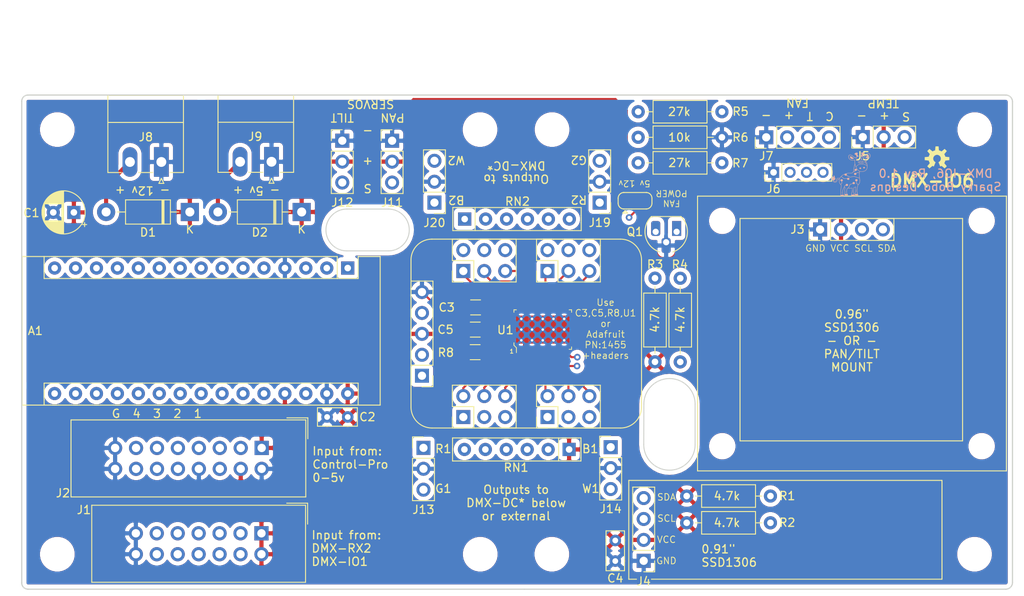
<source format=kicad_pcb>
(kicad_pcb (version 20171130) (host pcbnew "(5.1.12)-1")
  (title_block (title "DMX Demonstrator - Mini Mover Driver (DMX-MMD)") (date 2024-02-09) (rev 1.0) (company "Sparky Bobo Designs") (comment 2 "Designed by: SparkyBobo") (comment 3 https://creativecommons.org/licenses/by-sa/4.0/) (comment 4 "Released under the Creative Commons Attribution Share-Alike 4.0 License"))
  (layers (0 F.Cu signal) (1 In1.Cu signal) (2 In2.Cu signal) (31 B.Cu signal) (34 B.Paste user) (35 F.Paste user) (36 B.SilkS user) (37 F.SilkS user) (38 B.Mask user) (39 F.Mask user) (44 Edge.Cuts user))
  (net 0 "")
  (net 1 +12V)
  (net 2 GND)
  (net 3 +5V)
  (net 4 /~SR_CLR)
  (net 5 "Net-(Q1-Pad1)")
  (net 6 /SDTI)
  (net 7 /SCKI)
  (net 8 /FAN-OUT)
  (net 9 /TILT)
  (net 10 /PAN)
  (net 11 /FAN_IN)
  (net 12 /TEMP_IN)
  (net 13 /SCL)
  (net 14 /SDA)
  (net 15 /A3)
  (net 16 /SR-OUT)
  (net 17 /A2)
  (net 18 /A1)
  (net 19 /A0)
  (net 20 "Net-(D2-Pad2)")
  (net 21 "Net-(R8-Pad1)")
  (net 22 "Net-(C5-Pad1)")
  (net 23 /DAC_A1)
  (net 24 /DAC_A0)
  (net 25 /~DAC_WR)
  (net 26 "Net-(D1-Pad2)")
  (net 27 /SR-CLK)
  (net 28 "Net-(J6-Pad4)")
  (net 29 "Net-(J6-Pad3)")
  (net 30 "Net-(J6-Pad2)")
  (net 31 VSS)
  (net 32 /LED_G1)
  (net 33 /LED_B1)
  (net 34 /LED_G3)
  (net 35 /DMX-TX)
  (net 36 /DMX-DIR)
  (net 37 /DMX-RX)
  (net 38 /LED_G0)
  (net 39 /LED_R0)
  (net 40 /LED_R1)
  (net 41 /LED_B0)
  (net 42 /LED_R2)
  (net 43 /LED_G2)
  (net 44 /LED_B2)
  (net 45 /LED_B3)
  (net 46 /LED_R3)
  (module Aesthetics:FOUR_LAYER_WARNING (layer F.Cu) (at 192.79362 48.7426)
    (fp_text reference "" (at 0 0) (layer F.SilkS) (effects (font (size 1.524 1.524))))
    (fp_text value "" (at 0 0) (layer F.SilkS) (effects (font (size 1.524 1.524))))
  )
  (module Connector_PinHeader_2.54mm:PinHeader_1x04_P2.54mm_Vertical (layer F.Cu) (at 155.38958 116.57584 180)
    (fp_text reference J4 (at -0.00508 -2.4892) (layer F.SilkS))
    (fp_text value OLED)
    (pad 4 thru_hole oval (at 0 7.62 180) (size 1.7 1.7) (drill 1) (layers *.Cu *.Mask) (net 14 /SDA))
    (pad 3 thru_hole oval (at 0 5.08 180) (size 1.7 1.7) (drill 1) (layers *.Cu *.Mask) (net 13 /SCL))
    (pad 2 thru_hole oval (at 0 2.54 180) (size 1.7 1.7) (drill 1) (layers *.Cu *.Mask) (net 3 +5V))
    (pad 1 thru_hole rect (at 0 0 180) (size 1.7 1.7) (drill 1) (layers *.Cu *.Mask) (net 2 GND))
  )
  (module Resistor_THT:R_Array_SIP6 (layer F.Cu) (at 133.67004 75.07732)
    (fp_text reference RN2 (at 6.40588 -2.1336) (layer F.SilkS))
    (fp_text value RGBW2)
    (pad 6 thru_hole oval (at 12.7 0) (size 1.6 1.6) (drill 0.8) (layers *.Cu *.Mask) (net 42 /LED_R2))
    (pad 5 thru_hole oval (at 10.16 0) (size 1.6 1.6) (drill 0.8) (layers *.Cu *.Mask) (net 43 /LED_G2))
    (pad 4 thru_hole oval (at 7.62 0) (size 1.6 1.6) (drill 0.8) (layers *.Cu *.Mask) (net 44 /LED_B2))
    (pad 3 thru_hole oval (at 5.08 0) (size 1.6 1.6) (drill 0.8) (layers *.Cu *.Mask) (net 46 /LED_R3))
    (pad 2 thru_hole oval (at 2.54 0) (size 1.6 1.6) (drill 0.8) (layers *.Cu *.Mask))
    (pad 1 thru_hole rect (at 0 0) (size 1.6 1.6) (drill 0.8) (layers *.Cu *.Mask) (net 3 +5V))
  )
  (module Resistor_THT:R_Array_SIP6 (layer F.Cu) (at 146.33956 103.05288 180)
    (fp_text reference RN1 (at 6.43128 -2.1971) (layer F.SilkS))
    (fp_text value RGBW1)
    (pad 6 thru_hole oval (at 12.7 0 180) (size 1.6 1.6) (drill 0.8) (layers *.Cu *.Mask) (net 39 /LED_R0))
    (pad 5 thru_hole oval (at 10.16 0 180) (size 1.6 1.6) (drill 0.8) (layers *.Cu *.Mask) (net 38 /LED_G0))
    (pad 4 thru_hole oval (at 7.62 0 180) (size 1.6 1.6) (drill 0.8) (layers *.Cu *.Mask) (net 41 /LED_B0))
    (pad 3 thru_hole oval (at 5.08 0 180) (size 1.6 1.6) (drill 0.8) (layers *.Cu *.Mask) (net 40 /LED_R1))
    (pad 2 thru_hole oval (at 2.54 0 180) (size 1.6 1.6) (drill 0.8) (layers *.Cu *.Mask))
    (pad 1 thru_hole rect (at 0 0 180) (size 1.6 1.6) (drill 0.8) (layers *.Cu *.Mask) (net 3 +5V))
  )
  (module Jumper:SolderJumper-3_P1.3mm_Bridged12_RoundedPad1.0x1.5mm (layer F.Cu) (at 154.34056 72.85228)
    (fp_text reference JP1 hide)
    (fp_text value FAN_PWR)
    (pad 2 smd rect (at 0 0) (size 1 1.5) (layers F.Cu F.Mask) (net 30 "Net-(J6-Pad2)"))
    (pad 3 smd custom (at 1.3 0) (size 1 0.5) (layers F.Cu F.Mask) (net 31 VSS) (options (clearance outline) (anchor rect)) (primitives (gr_circle (center 0 0.25) (end 0.5 0.25) (width 0)) (gr_circle (center 0 -0.25) (end 0.5 -0.25) (width 0)) (gr_poly (pts (xy -0.55 -0.75) (xy 0 -0.75) (xy 0 0.75) (xy -0.55 0.75)) (width 0))))
    (pad 1 smd custom (at -1.3 0) (size 1 0.5) (layers F.Cu F.Mask) (net 1 +12V) (options (clearance outline) (anchor rect)) (primitives (gr_circle (center 0 0.25) (end 0.5 0.25) (width 0)) (gr_circle (center 0 -0.25) (end 0.5 -0.25) (width 0)) (gr_poly (pts (xy 0.55 -0.75) (xy 0 -0.75) (xy 0 0.75) (xy 0.55 0.75)) (width 0)) (gr_poly (pts (xy 0.4 -0.3) (xy 0.9 -0.3) (xy 0.9 0.3) (xy 0.4 0.3)) (width 0))))
  )
  (module Connector_IDC:IDC-Header_2x07_P2.54mm_Vertical (layer F.Cu) (at 109.0168 113.2332 270)
    (fp_text reference J1 (at -2.8448 21.5392 180) (layer F.SilkS))
    (fp_text value "IO EXTENSION")
    (pad 14 thru_hole oval (at 2.54 15.24 270) (size 1.7272 1.7272) (drill 1.016) (layers *.Cu *.Mask) (net 2 GND))
    (pad 13 thru_hole oval (at 0 15.24 270) (size 1.7272 1.7272) (drill 1.016) (layers *.Cu *.Mask) (net 2 GND))
    (pad 12 thru_hole oval (at 2.54 12.7 270) (size 1.7272 1.7272) (drill 1.016) (layers *.Cu *.Mask))
    (pad 11 thru_hole oval (at 0 12.7 270) (size 1.7272 1.7272) (drill 1.016) (layers *.Cu *.Mask) (net 35 /DMX-TX))
    (pad 10 thru_hole oval (at 2.54 10.16 270) (size 1.7272 1.7272) (drill 1.016) (layers *.Cu *.Mask) (net 36 /DMX-DIR))
    (pad 9 thru_hole oval (at 0 10.16 270) (size 1.7272 1.7272) (drill 1.016) (layers *.Cu *.Mask) (net 37 /DMX-RX))
    (pad 8 thru_hole oval (at 2.54 7.62 270) (size 1.7272 1.7272) (drill 1.016) (layers *.Cu *.Mask) (net 4 /~SR_CLR))
    (pad 7 thru_hole oval (at 0 7.62 270) (size 1.7272 1.7272) (drill 1.016) (layers *.Cu *.Mask) (net 24 /DAC_A0))
    (pad 6 thru_hole oval (at 2.54 5.08 270) (size 1.7272 1.7272) (drill 1.016) (layers *.Cu *.Mask) (net 27 /SR-CLK))
    (pad 5 thru_hole oval (at 0 5.08 270) (size 1.7272 1.7272) (drill 1.016) (layers *.Cu *.Mask) (net 23 /DAC_A1))
    (pad 4 thru_hole oval (at 2.54 2.54 270) (size 1.7272 1.7272) (drill 1.016) (layers *.Cu *.Mask) (net 16 /SR-OUT))
    (pad 3 thru_hole oval (at 0 2.54 270) (size 1.7272 1.7272) (drill 1.016) (layers *.Cu *.Mask) (net 25 /~DAC_WR))
    (pad 2 thru_hole oval (at 2.54 0 270) (size 1.7272 1.7272) (drill 1.016) (layers *.Cu *.Mask) (net 3 +5V))
    (pad 1 thru_hole rect (at 0 0 270) (size 1.7272 1.7272) (drill 1.016) (layers *.Cu *.Mask) (net 3 +5V))
  )
  (module Capacitor_SMD:C_1206_3216Metric_Pad1.42x1.75mm_HandSolder (layer F.Cu) (at 134.95528 88.49868 180)
    (fp_text reference C5 (at 3.6068 0) (layer F.SilkS))
    (fp_text value 0.1uF)
    (pad 2 smd roundrect (at 1.4875 0 180) (size 1.425 1.75) (layers F.Cu F.Paste F.Mask) (roundrect_rratio 0.1754385964912281) (net 2 GND))
    (pad 1 smd roundrect (at -1.4875 0 180) (size 1.425 1.75) (layers F.Cu F.Paste F.Mask) (roundrect_rratio 0.1754385964912281) (net 22 "Net-(C5-Pad1)"))
  )
  (module footprints:OSHW-LOGO-S (layer F.Cu) (at 190.97752 67.7418)
    (fp_text reference "" (at 0 0) (layer F.SilkS) (effects (font (size 1.524 1.524))))
    (fp_text value "" (at 0 0) (layer F.SilkS) (effects (font (size 1.524 1.524))))
  )
  (module footprints:logo_cr_5x5 (layer B.Cu) (at 180.5432 69.6468 180)
    (fp_text reference G*** hide)
    (fp_text value LOGO hide)
  )
  (module Connector_PinHeader_2.54mm:PinHeader_1x04_P2.54mm_Vertical (layer F.Cu) (at 176.79162 76.3397 90)
    (fp_text reference J3 (at 0 -2.7432 180) (layer F.SilkS))
    (fp_text value OLED)
    (pad 4 thru_hole oval (at 0 7.62 90) (size 1.7 1.7) (drill 1) (layers *.Cu *.Mask) (net 14 /SDA))
    (pad 3 thru_hole oval (at 0 5.08 90) (size 1.7 1.7) (drill 1) (layers *.Cu *.Mask) (net 13 /SCL))
    (pad 2 thru_hole oval (at 0 2.54 90) (size 1.7 1.7) (drill 1) (layers *.Cu *.Mask) (net 3 +5V))
    (pad 1 thru_hole rect (at 0 0 90) (size 1.7 1.7) (drill 1) (layers *.Cu *.Mask) (net 2 GND))
  )
  (module Connector_PinHeader_2.54mm:PinHeader_1x03_P2.54mm_Vertical (layer F.Cu) (at 130.00228 73.08088 180)
    (fp_text reference J20 (at 0 -2.45364) (layer F.SilkS))
    (fp_text value "LED PWM 7-8")
    (pad 3 thru_hole oval (at 0 5.08 180) (size 1.7 1.7) (drill 1) (layers *.Cu *.Mask) (net 46 /LED_R3))
    (pad 2 thru_hole oval (at 0 2.54 180) (size 1.7 1.7) (drill 1) (layers *.Cu *.Mask) (net 2 GND))
    (pad 1 thru_hole rect (at 0 0 180) (size 1.7 1.7) (drill 1) (layers *.Cu *.Mask) (net 44 /LED_B2))
  )
  (module Connector_PinHeader_2.54mm:PinHeader_1x03_P2.54mm_Vertical (layer F.Cu) (at 150.04796 73.08088 180)
    (fp_text reference J19 (at -0.01016 -2.43332) (layer F.SilkS))
    (fp_text value "LED PWM 5-6")
    (pad 1 thru_hole rect (at 0 0 180) (size 1.7 1.7) (drill 1) (layers *.Cu *.Mask) (net 42 /LED_R2))
    (pad 2 thru_hole oval (at 0 2.54 180) (size 1.7 1.7) (drill 1) (layers *.Cu *.Mask) (net 2 GND))
    (pad 3 thru_hole oval (at 0 5.08 180) (size 1.7 1.7) (drill 1) (layers *.Cu *.Mask) (net 43 /LED_G2))
  )
  (module MountingHole:MountingHole_2.2mm_M2 (layer F.Cu) (at 196.39292 102.65576)
    (fp_text reference MH12 hide)
    (fp_text value MountingHole)
    (pad 1 np_thru_hole circle (at 0 0) (size 2.2 2.2) (drill 2.2) (layers *.Cu *.Mask))
  )
  (module MountingHole:MountingHole_2.2mm_M2 (layer F.Cu) (at 164.92292 102.65576)
    (fp_text reference MH11 hide)
    (fp_text value MountingHole)
    (pad 1 np_thru_hole circle (at 0 0) (size 2.2 2.2) (drill 2.2) (layers *.Cu *.Mask))
  )
  (module MountingHole:MountingHole_2.2mm_M2 (layer F.Cu) (at 196.39292 75.29576)
    (fp_text reference MH10 hide)
    (fp_text value MountingHole)
    (pad 1 np_thru_hole circle (at 0 0) (size 2.2 2.2) (drill 2.2) (layers *.Cu *.Mask))
  )
  (module MountingHole:MountingHole_2.2mm_M2 (layer F.Cu) (at 164.92292 75.29576)
    (fp_text reference MH9 hide)
    (fp_text value MountingHole)
    (pad 1 np_thru_hole circle (at 0 0) (size 2.2 2.2) (drill 2.2) (layers *.Cu *.Mask))
  )
  (module Connector_PinHeader_2.54mm:PinHeader_1x03_P2.54mm_Vertical (layer F.Cu) (at 151.384 102.77856)
    (fp_text reference J14 (at 0 7.493) (layer F.SilkS))
    (fp_text value "LED PWM 3-4")
    (pad 3 thru_hole oval (at 0 5.08) (size 1.7 1.7) (drill 1) (layers *.Cu *.Mask) (net 40 /LED_R1))
    (pad 2 thru_hole oval (at 0 2.54) (size 1.7 1.7) (drill 1) (layers *.Cu *.Mask) (net 2 GND))
    (pad 1 thru_hole rect (at 0 0) (size 1.7 1.7) (drill 1) (layers *.Cu *.Mask) (net 41 /LED_B0))
  )
  (module Connector_PinHeader_2.54mm:PinHeader_1x03_P2.54mm_Vertical (layer F.Cu) (at 128.67132 102.85984)
    (fp_text reference J13 (at -0.00254 7.50316) (layer F.SilkS))
    (fp_text value "LED PWM 1-2")
    (pad 3 thru_hole oval (at 0 5.08) (size 1.7 1.7) (drill 1) (layers *.Cu *.Mask) (net 38 /LED_G0))
    (pad 2 thru_hole oval (at 0 2.54) (size 1.7 1.7) (drill 1) (layers *.Cu *.Mask) (net 2 GND))
    (pad 1 thru_hole rect (at 0 0) (size 1.7 1.7) (drill 1) (layers *.Cu *.Mask) (net 39 /LED_R0))
  )
  (module Connector_IDC:IDC-Header_2x08_P2.54mm_Vertical (layer F.Cu) (at 109.0422 102.87 270)
    (fp_text reference J2 (at 5.4864 24.1046 180) (layer F.SilkS))
    (fp_text value INPUT)
    (pad 16 thru_hole oval (at 2.54 17.78 270) (size 1.7272 1.7272) (drill 1.016) (layers *.Cu *.Mask) (net 2 GND))
    (pad 15 thru_hole oval (at 0 17.78 270) (size 1.7272 1.7272) (drill 1.016) (layers *.Cu *.Mask) (net 2 GND))
    (pad 14 thru_hole oval (at 2.54 15.24 270) (size 1.7272 1.7272) (drill 1.016) (layers *.Cu *.Mask))
    (pad 13 thru_hole oval (at 0 15.24 270) (size 1.7272 1.7272) (drill 1.016) (layers *.Cu *.Mask) (net 15 /A3))
    (pad 12 thru_hole oval (at 2.54 12.7 270) (size 1.7272 1.7272) (drill 1.016) (layers *.Cu *.Mask))
    (pad 11 thru_hole oval (at 0 12.7 270) (size 1.7272 1.7272) (drill 1.016) (layers *.Cu *.Mask) (net 17 /A2))
    (pad 10 thru_hole oval (at 2.54 10.16 270) (size 1.7272 1.7272) (drill 1.016) (layers *.Cu *.Mask))
    (pad 9 thru_hole oval (at 0 10.16 270) (size 1.7272 1.7272) (drill 1.016) (layers *.Cu *.Mask) (net 18 /A1))
    (pad 8 thru_hole oval (at 2.54 7.62 270) (size 1.7272 1.7272) (drill 1.016) (layers *.Cu *.Mask) (net 2 GND))
    (pad 7 thru_hole oval (at 0 7.62 270) (size 1.7272 1.7272) (drill 1.016) (layers *.Cu *.Mask) (net 19 /A0))
    (pad 6 thru_hole oval (at 2.54 5.08 270) (size 1.7272 1.7272) (drill 1.016) (layers *.Cu *.Mask))
    (pad 5 thru_hole oval (at 0 5.08 270) (size 1.7272 1.7272) (drill 1.016) (layers *.Cu *.Mask))
    (pad 4 thru_hole oval (at 2.54 2.54 270) (size 1.7272 1.7272) (drill 1.016) (layers *.Cu *.Mask) (net 3 +5V))
    (pad 3 thru_hole oval (at 0 2.54 270) (size 1.7272 1.7272) (drill 1.016) (layers *.Cu *.Mask))
    (pad 2 thru_hole oval (at 2.54 0 270) (size 1.7272 1.7272) (drill 1.016) (layers *.Cu *.Mask) (net 2 GND))
    (pad 1 thru_hole rect (at 0 0 270) (size 1.7272 1.7272) (drill 1.016) (layers *.Cu *.Mask) (net 3 +5V))
  )
  (module MountingHole:MountingHole_3.2mm_M3 (layer F.Cu) (at 195.5292 115.7732)
    (fp_text reference MH8 hide)
    (fp_text value MountingHole)
    (pad 1 np_thru_hole circle (at 0 0) (size 3.2 3.2) (drill 3.2) (layers *.Cu *.Mask))
  )
  (module MountingHole:MountingHole_3.2mm_M3 (layer F.Cu) (at 144.2466 115.7732)
    (fp_text reference MH4 hide)
    (fp_text value MountingHole)
    (pad 1 np_thru_hole circle (at 0 0) (size 3.2 3.2) (drill 3.2) (layers *.Cu *.Mask))
  )
  (module MountingHole:MountingHole_3.2mm_M3 (layer F.Cu) (at 135.5598 115.7732)
    (fp_text reference MH7 hide)
    (fp_text value MountingHole)
    (pad 1 np_thru_hole circle (at 0 0) (size 3.2 3.2) (drill 3.2) (layers *.Cu *.Mask))
  )
  (module MountingHole:MountingHole_3.2mm_M3 (layer F.Cu) (at 84.2518 115.7732)
    (fp_text reference MH3 hide)
    (fp_text value MountingHole)
    (pad 1 np_thru_hole circle (at 0 0) (size 3.2 3.2) (drill 3.2) (layers *.Cu *.Mask))
  )
  (module MountingHole:MountingHole_3.2mm_M3 (layer F.Cu) (at 195.5546 64.2112)
    (fp_text reference MH6 hide)
    (fp_text value MountingHole)
    (pad 1 np_thru_hole circle (at 0 0) (size 3.2 3.2) (drill 3.2) (layers *.Cu *.Mask))
  )
  (module MountingHole:MountingHole_3.2mm_M3 (layer F.Cu) (at 144.272 64.2112)
    (fp_text reference MH2 hide)
    (fp_text value MountingHole)
    (pad 1 np_thru_hole circle (at 0 0) (size 3.2 3.2) (drill 3.2) (layers *.Cu *.Mask))
  )
  (module MountingHole:MountingHole_3.2mm_M3 (layer F.Cu) (at 135.5344 64.2112)
    (fp_text reference MH5 hide)
    (fp_text value MountingHole)
    (pad 1 np_thru_hole circle (at 0 0) (size 3.2 3.2) (drill 3.2) (layers *.Cu *.Mask))
  )
  (module MountingHole:MountingHole_3.2mm_M3 (layer F.Cu) (at 84.2527 64.2112)
    (fp_text reference MH1 hide)
    (fp_text value MountingHole)
    (pad 1 np_thru_hole circle (at 0 0) (size 3.2 3.2) (drill 3.2) (layers *.Cu *.Mask))
  )
  (module Resistor_THT:R_Axial_DIN0207_L6.3mm_D2.5mm_P10.16mm_Horizontal (layer F.Cu) (at 154.71648 68.25234)
    (fp_text reference R7 (at 12.3952 0.04064) (layer F.SilkS))
    (fp_text value 27k)
    (pad 2 thru_hole oval (at 10.16 0) (size 1.6 1.6) (drill 0.8) (layers *.Cu *.Mask) (net 5 "Net-(Q1-Pad1)"))
    (pad 1 thru_hole circle (at 0 0) (size 1.6 1.6) (drill 0.8) (layers *.Cu *.Mask) (net 8 /FAN-OUT))
  )
  (module Resistor_THT:R_Axial_DIN0207_L6.3mm_D2.5mm_P10.16mm_Horizontal (layer F.Cu) (at 154.71902 65.151)
    (fp_text reference R6 (at 12.4079 0.01524) (layer F.SilkS))
    (fp_text value 10k)
    (pad 2 thru_hole oval (at 10.16 0) (size 1.6 1.6) (drill 0.8) (layers *.Cu *.Mask) (net 2 GND))
    (pad 1 thru_hole circle (at 0 0) (size 1.6 1.6) (drill 0.8) (layers *.Cu *.Mask) (net 11 /FAN_IN))
  )
  (module Resistor_THT:R_Axial_DIN0207_L6.3mm_D2.5mm_P10.16mm_Horizontal (layer F.Cu) (at 154.72156 62.04712)
    (fp_text reference R5 (at 12.4206 -0.02286) (layer F.SilkS))
    (fp_text value 27k)
    (pad 2 thru_hole oval (at 10.16 0) (size 1.6 1.6) (drill 0.8) (layers *.Cu *.Mask) (net 29 "Net-(J6-Pad3)"))
    (pad 1 thru_hole circle (at 0 0) (size 1.6 1.6) (drill 0.8) (layers *.Cu *.Mask) (net 11 /FAN_IN))
  )
  (module Resistor_THT:R_Axial_DIN0207_L6.3mm_D2.5mm_P10.16mm_Horizontal (layer F.Cu) (at 159.82188 92.42552 90)
    (fp_text reference R4 (at 11.8237 -0.0508 180) (layer F.SilkS))
    (fp_text value 4.7k)
    (pad 2 thru_hole oval (at 10.16 0 90) (size 1.6 1.6) (drill 0.8) (layers *.Cu *.Mask) (net 29 "Net-(J6-Pad3)"))
    (pad 1 thru_hole circle (at 0 0 90) (size 1.6 1.6) (drill 0.8) (layers *.Cu *.Mask) (net 30 "Net-(J6-Pad2)"))
  )
  (module Resistor_THT:R_Axial_DIN0207_L6.3mm_D2.5mm_P10.16mm_Horizontal (layer F.Cu) (at 156.75864 92.41536 90)
    (fp_text reference R3 (at 11.8237 0.0127 180) (layer F.SilkS))
    (fp_text value 4.7k)
    (pad 2 thru_hole oval (at 10.16 0 90) (size 1.6 1.6) (drill 0.8) (layers *.Cu *.Mask) (net 28 "Net-(J6-Pad4)"))
    (pad 1 thru_hole circle (at 0 0 90) (size 1.6 1.6) (drill 0.8) (layers *.Cu *.Mask) (net 3 +5V))
  )
  (module Resistor_THT:R_Axial_DIN0207_L6.3mm_D2.5mm_P10.16mm_Horizontal (layer F.Cu) (at 160.60674 111.96066)
    (fp_text reference R2 (at 12.192 -0.0254) (layer F.SilkS))
    (fp_text value 4.7k)
    (pad 2 thru_hole oval (at 10.16 0) (size 1.6 1.6) (drill 0.8) (layers *.Cu *.Mask) (net 13 /SCL))
    (pad 1 thru_hole circle (at 0 0) (size 1.6 1.6) (drill 0.8) (layers *.Cu *.Mask) (net 3 +5V))
  )
  (module Resistor_THT:R_Axial_DIN0207_L6.3mm_D2.5mm_P10.16mm_Horizontal (layer F.Cu) (at 160.60674 108.70946)
    (fp_text reference R1 (at 12.192 -0.0127) (layer F.SilkS))
    (fp_text value 4.7k)
    (pad 2 thru_hole oval (at 10.16 0) (size 1.6 1.6) (drill 0.8) (layers *.Cu *.Mask) (net 14 /SDA))
    (pad 1 thru_hole circle (at 0 0) (size 1.6 1.6) (drill 0.8) (layers *.Cu *.Mask) (net 3 +5V))
  )
  (module Capacitor_SMD:C_1206_3216Metric_Pad1.42x1.75mm_HandSolder (layer F.Cu) (at 134.99338 85.80628 180)
    (fp_text reference C3 (at 3.5052 0) (layer F.SilkS))
    (fp_text value 0.1uF)
    (pad 2 smd roundrect (at 1.4875 0 180) (size 1.425 1.75) (layers F.Cu F.Paste F.Mask) (roundrect_rratio 0.1754385964912281) (net 2 GND))
    (pad 1 smd roundrect (at -1.4875 0 180) (size 1.425 1.75) (layers F.Cu F.Paste F.Mask) (roundrect_rratio 0.1754385964912281) (net 1 +12V))
  )
  (module Capacitor_THT:C_Rect_L4.6mm_W2.0mm_P2.50mm_MKS02_FKP02 (layer F.Cu) (at 151.9428 114.10442 270)
    (fp_text reference C4 (at 4.58978 -0.00254 180) (layer F.SilkS))
    (fp_text value 0.1uF)
    (pad 2 thru_hole circle (at 2.5 0 270) (size 1.4 1.4) (drill 0.7) (layers *.Cu *.Mask) (net 2 GND))
    (pad 1 thru_hole circle (at 0 0 270) (size 1.4 1.4) (drill 0.7) (layers *.Cu *.Mask) (net 3 +5V))
  )
  (module Resistor_SMD:R_1206_3216Metric_Pad1.42x1.75mm_HandSolder (layer F.Cu) (at 134.94258 91.24188 180)
    (fp_text reference R8 (at 3.556 -0.0508) (layer F.SilkS))
    (fp_text value 3.3k)
    (pad 2 smd roundrect (at 1.4875 0 180) (size 1.425 1.75) (layers F.Cu F.Paste F.Mask) (roundrect_rratio 0.1754385964912281) (net 2 GND))
    (pad 1 smd roundrect (at -1.4875 0 180) (size 1.425 1.75) (layers F.Cu F.Paste F.Mask) (roundrect_rratio 0.1754385964912281) (net 21 "Net-(R8-Pad1)"))
  )
  (module Package_TO_SOT_THT:TO-92L_HandSolder (layer F.Cu) (at 159.385 76.62164 180)
    (fp_text reference Q1 (at 5.06984 0 180) (layer F.SilkS))
    (fp_text value 2N3904)
    (pad 1 thru_hole rect (at 0 0 180) (size 1.1 1.8) (drill 0.75 (offset 0 0.4)) (layers *.Cu *.Mask) (net 5 "Net-(Q1-Pad1)"))
    (pad 3 thru_hole roundrect (at 2.54 0 180) (size 1.1 1.8) (drill 0.75 (offset 0 0.4)) (layers *.Cu *.Mask) (net 28 "Net-(J6-Pad4)"))
    (pad 2 thru_hole roundrect (at 1.27 -1.27 180) (size 1.1 1.8) (drill 0.75 (offset 0 -0.4)) (layers *.Cu *.Mask) (net 2 GND))
  )
  (module Connector_PinHeader_2.00mm:PinHeader_1x04_P2.00mm_Vertical (layer F.Cu) (at 171.1452 69.4055 90)
    (fp_text reference J6 (at -2.02184 -0.00762 180) (layer F.SilkS))
    (fp_text value Fan)
    (pad 4 thru_hole oval (at 0 6 90) (size 1.35 1.35) (drill 0.8) (layers *.Cu *.Mask) (net 28 "Net-(J6-Pad4)"))
    (pad 3 thru_hole oval (at 0 4 90) (size 1.35 1.35) (drill 0.8) (layers *.Cu *.Mask) (net 29 "Net-(J6-Pad3)"))
    (pad 2 thru_hole oval (at 0 2 90) (size 1.35 1.35) (drill 0.8) (layers *.Cu *.Mask) (net 30 "Net-(J6-Pad2)"))
    (pad 1 thru_hole rect (at 0 0 90) (size 1.35 1.35) (drill 0.8) (layers *.Cu *.Mask) (net 2 GND))
  )
  (module Connector_Phoenix_MC:PhoenixContact_MC_1,5_2-G-3.81_1x02_P3.81mm_Horizontal (layer F.Cu) (at 110.236 68.1228 180)
    (fp_text reference J9 (at 1.9812 3.048) (layer F.SilkS))
    (fp_text value Power)
    (pad 2 thru_hole oval (at 3.81 0 180) (size 1.8 3.6) (drill 1.2) (layers *.Cu *.Mask) (net 20 "Net-(D2-Pad2)"))
    (pad 1 thru_hole rect (at 0 0 180) (size 1.8 3.6) (drill 1.2) (layers *.Cu *.Mask) (net 2 GND))
  )
  (module Diode_THT:D_DO-41_SOD81_P10.16mm_Horizontal (layer F.Cu) (at 113.8936 74.2188 180)
    (fp_text reference D2 (at 5.08 -2.47) (layer F.SilkS))
    (fp_text value 1N5819)
    (fp_text user K (at 0 -2.1) (layer F.SilkS))
    (pad 2 thru_hole oval (at 10.16 0 180) (size 2.2 2.2) (drill 1.1) (layers *.Cu *.Mask) (net 20 "Net-(D2-Pad2)"))
    (pad 1 thru_hole rect (at 0 0 180) (size 2.2 2.2) (drill 1.1) (layers *.Cu *.Mask) (net 31 VSS))
  )
  (module Connector_Phoenix_MC:PhoenixContact_MC_1,5_2-G-3.81_1x02_P3.81mm_Horizontal (layer F.Cu) (at 96.871375 68.1461 180)
    (fp_text reference J8 (at 1.875375 3.0205) (layer F.SilkS))
    (fp_text value Power)
    (pad 2 thru_hole oval (at 3.81 0 180) (size 1.8 3.6) (drill 1.2) (layers *.Cu *.Mask) (net 26 "Net-(D1-Pad2)"))
    (pad 1 thru_hole rect (at 0 0 180) (size 1.8 3.6) (drill 1.2) (layers *.Cu *.Mask) (net 2 GND))
  )
  (module Diode_THT:D_DO-41_SOD81_P10.16mm_Horizontal (layer F.Cu) (at 100.33 74.2188 180)
    (fp_text reference D1 (at 5.08 -2.47) (layer F.SilkS))
    (fp_text value 1N5819)
    (fp_text user K (at 0 -2.1) (layer F.SilkS))
    (pad 2 thru_hole oval (at 10.16 0 180) (size 2.2 2.2) (drill 1.1) (layers *.Cu *.Mask) (net 26 "Net-(D1-Pad2)"))
    (pad 1 thru_hole rect (at 0 0 180) (size 2.2 2.2) (drill 1.1) (layers *.Cu *.Mask) (net 1 +12V))
  )
  (module Capacitor_THT:C_Rect_L4.6mm_W2.0mm_P2.50mm_MKS02_FKP02 (layer F.Cu) (at 119.4816 99.1108 180)
    (fp_text reference C2 (at -2.3876 0) (layer F.SilkS))
    (fp_text value 0.1uF)
    (pad 2 thru_hole circle (at 2.5 0 180) (size 1.4 1.4) (drill 0.7) (layers *.Cu *.Mask) (net 2 GND))
    (pad 1 thru_hole circle (at 0 0 180) (size 1.4 1.4) (drill 0.7) (layers *.Cu *.Mask) (net 1 +12V))
  )
  (module Capacitor_THT:CP_Radial_D5.0mm_P2.50mm (layer F.Cu) (at 86.2584 74.2696 180)
    (fp_text reference C1 (at 5.1435 -0.0635) (layer F.SilkS))
    (fp_text value 10uF)
    (pad 2 thru_hole circle (at 2.5 0 180) (size 1.6 1.6) (drill 0.8) (layers *.Cu *.Mask) (net 2 GND))
    (pad 1 thru_hole rect (at 0 0 180) (size 1.6 1.6) (drill 0.8) (layers *.Cu *.Mask) (net 1 +12V))
  )
  (module digikey-footprints:TSSOP-20-1EP_W4.4mm (layer F.Cu) (at 143.14388 88.49868)
    (fp_text reference U1 (at -4.531 0.0508) (layer F.SilkS))
    (fp_text value TLC59711)
    (pad 21 thru_hole circle (at 2.6 1.3) (size 0.3 0.3) (drill 0.3) (layers *.Cu *.Mask) (net 2 GND))
    (pad 21 thru_hole circle (at 1.3 1.3) (size 0.3 0.3) (drill 0.3) (layers *.Cu *.Mask) (net 2 GND))
    (pad 21 thru_hole circle (at 0 1.3) (size 0.3 0.3) (drill 0.3) (layers *.Cu *.Mask) (net 2 GND))
    (pad 21 thru_hole circle (at -1.3 1.3) (size 0.3 0.3) (drill 0.3) (layers *.Cu *.Mask) (net 2 GND))
    (pad 21 thru_hole circle (at -2.6 1.3) (size 0.3 0.3) (drill 0.3) (layers *.Cu *.Mask) (net 2 GND))
    (pad 21 thru_hole circle (at 2.6 0) (size 0.3 0.3) (drill 0.3) (layers *.Cu *.Mask) (net 2 GND))
    (pad 21 thru_hole circle (at 1.3 0) (size 0.3 0.3) (drill 0.3) (layers *.Cu *.Mask) (net 2 GND))
    (pad 21 thru_hole circle (at 0 0) (size 0.3 0.3) (drill 0.3) (layers *.Cu *.Mask) (net 2 GND))
    (pad 21 thru_hole circle (at -1.3 0) (size 0.3 0.3) (drill 0.3) (layers *.Cu *.Mask) (net 2 GND))
    (pad 21 thru_hole circle (at -2.6 0) (size 0.3 0.3) (drill 0.3) (layers *.Cu *.Mask) (net 2 GND))
    (pad 21 thru_hole circle (at 2.6 -1.3) (size 0.3 0.3) (drill 0.3) (layers *.Cu *.Mask) (net 2 GND))
    (pad 21 thru_hole circle (at 1.3 -1.3) (size 0.3 0.3) (drill 0.3) (layers *.Cu *.Mask) (net 2 GND))
    (pad 21 thru_hole circle (at 0 -1.3) (size 0.3 0.3) (drill 0.3) (layers *.Cu *.Mask) (net 2 GND))
    (pad 21 thru_hole circle (at -1.3 -1.3) (size 0.3 0.3) (drill 0.3) (layers *.Cu *.Mask) (net 2 GND))
    (pad 21 thru_hole circle (at -2.6 -1.3) (size 0.3 0.3) (drill 0.3) (layers *.Cu *.Mask) (net 2 GND))
    (pad 21 smd rect (at 0 1.5372) (size 3.43 0.325) (layers F.Cu F.Paste F.Mask) (net 2 GND))
    (pad 21 smd rect (at -2.4825 0) (size 1.535 3.4) (layers F.Cu F.Paste F.Mask) (net 2 GND))
    (pad 21 smd rect (at 0 0) (size 3.43 2.75) (layers F.Cu F.Paste F.Mask) (net 2 GND))
    (pad 20 smd rect (at -2.925 -2.8) (size 0.3 1.6) (layers F.Cu F.Paste F.Mask) (net 22 "Net-(C5-Pad1)"))
    (pad 19 smd rect (at -2.275 -2.8) (size 0.3 1.6) (layers F.Cu F.Paste F.Mask) (net 1 +12V))
    (pad 18 smd rect (at -1.625 -2.8) (size 0.3 1.6) (layers F.Cu F.Paste F.Mask) (net 45 /LED_B3))
    (pad 17 smd rect (at -0.975 -2.8) (size 0.3 1.6) (layers F.Cu F.Paste F.Mask) (net 34 /LED_G3))
    (pad 16 smd rect (at -0.325 -2.8) (size 0.3 1.6) (layers F.Cu F.Paste F.Mask) (net 46 /LED_R3))
    (pad 15 smd rect (at 0.325 -2.8) (size 0.3 1.6) (layers F.Cu F.Paste F.Mask) (net 44 /LED_B2))
    (pad 14 smd rect (at 0.975 -2.8) (size 0.3 1.6) (layers F.Cu F.Paste F.Mask) (net 43 /LED_G2))
    (pad 13 smd rect (at 1.625 -2.8) (size 0.3 1.6) (layers F.Cu F.Paste F.Mask) (net 42 /LED_R2))
    (pad 12 smd rect (at 2.275 -2.8) (size 0.3 1.6) (layers F.Cu F.Paste F.Mask))
    (pad 11 smd rect (at 2.925 -2.8) (size 0.3 1.6) (layers F.Cu F.Paste F.Mask))
    (pad 10 smd rect (at 2.925 2.8) (size 0.3 1.6) (layers F.Cu F.Paste F.Mask) (net 7 /SCKI))
    (pad 9 smd rect (at 2.275 2.8) (size 0.3 1.6) (layers F.Cu F.Paste F.Mask) (net 6 /SDTI))
    (pad 8 smd rect (at 1.625 2.8) (size 0.3 1.6) (layers F.Cu F.Paste F.Mask) (net 33 /LED_B1))
    (pad 7 smd rect (at 0.975 2.8) (size 0.3 1.6) (layers F.Cu F.Paste F.Mask) (net 32 /LED_G1))
    (pad 6 smd rect (at 0.325 2.8) (size 0.3 1.6) (layers F.Cu F.Paste F.Mask) (net 40 /LED_R1))
    (pad 5 smd rect (at -0.325 2.8) (size 0.3 1.6) (layers F.Cu F.Paste F.Mask) (net 41 /LED_B0))
    (pad 4 smd rect (at -0.975 2.8) (size 0.3 1.6) (layers F.Cu F.Paste F.Mask) (net 38 /LED_G0))
    (pad 3 smd rect (at -1.625 2.8) (size 0.3 1.6) (layers F.Cu F.Paste F.Mask) (net 39 /LED_R0))
    (pad 2 smd rect (at -2.275 2.8) (size 0.3 1.6) (layers F.Cu F.Paste F.Mask) (net 2 GND))
    (pad 1 smd rect (at -2.925 2.8) (size 0.3 1.6) (layers F.Cu F.Paste F.Mask) (net 21 "Net-(R8-Pad1)"))
    (pad 21 smd rect (at 2.4825 0) (size 1.535 3.4) (layers F.Cu F.Paste F.Mask) (net 2 GND))
    (pad 21 smd rect (at 0 -1.5375) (size 3.43 0.325) (layers F.Cu F.Paste F.Mask) (net 2 GND))
  )
  (module Connector_PinHeader_2.54mm:PinHeader_2x03_P2.54mm_Vertical (layer F.Cu) (at 133.50748 81.38668 90)
    (fp_text reference J18 hide)
    (fp_text value RGB3)
    (pad 6 thru_hole oval (at 2.54 5.08 90) (size 1.7 1.7) (drill 1) (layers *.Cu *.Mask))
    (pad 5 thru_hole oval (at 0 5.08 90) (size 1.7 1.7) (drill 1) (layers *.Cu *.Mask) (net 46 /LED_R3))
    (pad 4 thru_hole oval (at 2.54 2.54 90) (size 1.7 1.7) (drill 1) (layers *.Cu *.Mask))
    (pad 3 thru_hole oval (at 0 2.54 90) (size 1.7 1.7) (drill 1) (layers *.Cu *.Mask) (net 34 /LED_G3))
    (pad 2 thru_hole oval (at 2.54 0 90) (size 1.7 1.7) (drill 1) (layers *.Cu *.Mask))
    (pad 1 thru_hole rect (at 0 0 90) (size 1.7 1.7) (drill 1) (layers *.Cu *.Mask) (net 45 /LED_B3))
  )
  (module Connector_PinHeader_2.54mm:PinHeader_2x03_P2.54mm_Vertical (layer F.Cu) (at 143.71828 81.38668 90)
    (fp_text reference J17 hide)
    (fp_text value RGB2)
    (pad 6 thru_hole oval (at 2.54 5.08 90) (size 1.7 1.7) (drill 1) (layers *.Cu *.Mask))
    (pad 5 thru_hole oval (at 0 5.08 90) (size 1.7 1.7) (drill 1) (layers *.Cu *.Mask) (net 42 /LED_R2))
    (pad 4 thru_hole oval (at 2.54 2.54 90) (size 1.7 1.7) (drill 1) (layers *.Cu *.Mask))
    (pad 3 thru_hole oval (at 0 2.54 90) (size 1.7 1.7) (drill 1) (layers *.Cu *.Mask) (net 43 /LED_G2))
    (pad 2 thru_hole oval (at 2.54 0 90) (size 1.7 1.7) (drill 1) (layers *.Cu *.Mask))
    (pad 1 thru_hole rect (at 0 0 90) (size 1.7 1.7) (drill 1) (layers *.Cu *.Mask) (net 44 /LED_B2))
  )
  (module Connector_PinHeader_2.54mm:PinHeader_2x03_P2.54mm_Vertical (layer F.Cu) (at 143.71828 99.11588 90)
    (fp_text reference J16 hide)
    (fp_text value RGB1)
    (pad 6 thru_hole oval (at 2.54 5.08 90) (size 1.7 1.7) (drill 1) (layers *.Cu *.Mask) (net 33 /LED_B1))
    (pad 5 thru_hole oval (at 0 5.08 90) (size 1.7 1.7) (drill 1) (layers *.Cu *.Mask))
    (pad 4 thru_hole oval (at 2.54 2.54 90) (size 1.7 1.7) (drill 1) (layers *.Cu *.Mask) (net 32 /LED_G1))
    (pad 3 thru_hole oval (at 0 2.54 90) (size 1.7 1.7) (drill 1) (layers *.Cu *.Mask))
    (pad 2 thru_hole oval (at 2.54 0 90) (size 1.7 1.7) (drill 1) (layers *.Cu *.Mask) (net 40 /LED_R1))
    (pad 1 thru_hole rect (at 0 0 90) (size 1.7 1.7) (drill 1) (layers *.Cu *.Mask))
  )
  (module Connector_PinHeader_2.54mm:PinHeader_2x03_P2.54mm_Vertical (layer F.Cu) (at 133.50748 99.11588 90)
    (fp_text reference J15 hide)
    (fp_text value RGB0)
    (pad 6 thru_hole oval (at 2.54 5.08 90) (size 1.7 1.7) (drill 1) (layers *.Cu *.Mask) (net 41 /LED_B0))
    (pad 5 thru_hole oval (at 0 5.08 90) (size 1.7 1.7) (drill 1) (layers *.Cu *.Mask))
    (pad 4 thru_hole oval (at 2.54 2.54 90) (size 1.7 1.7) (drill 1) (layers *.Cu *.Mask) (net 38 /LED_G0))
    (pad 3 thru_hole oval (at 0 2.54 90) (size 1.7 1.7) (drill 1) (layers *.Cu *.Mask))
    (pad 2 thru_hole oval (at 2.54 0 90) (size 1.7 1.7) (drill 1) (layers *.Cu *.Mask) (net 39 /LED_R0))
    (pad 1 thru_hole rect (at 0 0 90) (size 1.7 1.7) (drill 1) (layers *.Cu *.Mask))
  )
  (module Connector_PinHeader_2.54mm:PinHeader_1x05_P2.54mm_Vertical (layer F.Cu) (at 128.49098 94.09938 180)
    (fp_text reference J10 hide)
    (fp_text value PWM)
    (pad 5 thru_hole oval (at 0 10.16 180) (size 1.7 1.7) (drill 1) (layers *.Cu *.Mask) (net 2 GND))
    (pad 4 thru_hole oval (at 0 7.62 180) (size 1.7 1.7) (drill 1) (layers *.Cu *.Mask))
    (pad 3 thru_hole oval (at 0 5.08 180) (size 1.7 1.7) (drill 1) (layers *.Cu *.Mask) (net 1 +12V))
    (pad 2 thru_hole oval (at 0 2.54 180) (size 1.7 1.7) (drill 1) (layers *.Cu *.Mask) (net 7 /SCKI))
    (pad 1 thru_hole rect (at 0 0 180) (size 1.7 1.7) (drill 1) (layers *.Cu *.Mask) (net 6 /SDTI))
  )
  (module Connector_PinHeader_2.54mm:PinHeader_1x03_P2.54mm_Vertical (layer F.Cu) (at 118.8212 65.56248)
    (fp_text reference J12 (at 0 7.50316) (layer F.SilkS))
    (fp_text value "Tilt Servo")
    (pad 3 thru_hole oval (at 0 5.08) (size 1.7 1.7) (drill 1) (layers *.Cu *.Mask) (net 9 /TILT))
    (pad 2 thru_hole oval (at 0 2.54) (size 1.7 1.7) (drill 1) (layers *.Cu *.Mask) (net 31 VSS))
    (pad 1 thru_hole rect (at 0 0) (size 1.7 1.7) (drill 1) (layers *.Cu *.Mask) (net 2 GND))
  )
  (module Connector_PinHeader_2.54mm:PinHeader_1x03_P2.54mm_Vertical (layer F.Cu) (at 124.8664 65.56756)
    (fp_text reference J11 (at 0 7.49808) (layer F.SilkS))
    (fp_text value "Pan Servo")
    (pad 3 thru_hole oval (at 0 5.08) (size 1.7 1.7) (drill 1) (layers *.Cu *.Mask) (net 10 /PAN))
    (pad 2 thru_hole oval (at 0 2.54) (size 1.7 1.7) (drill 1) (layers *.Cu *.Mask) (net 31 VSS))
    (pad 1 thru_hole rect (at 0 0) (size 1.7 1.7) (drill 1) (layers *.Cu *.Mask) (net 2 GND))
  )
  (module Connector_PinHeader_2.54mm:PinHeader_1x03_P2.54mm_Vertical (layer F.Cu) (at 181.9656 65.1256 90)
    (fp_text reference J5 (at -2.30886 -0.00508 180) (layer F.SilkS))
    (fp_text value Temp)
    (pad 3 thru_hole oval (at 0 5.08 90) (size 1.7 1.7) (drill 1) (layers *.Cu *.Mask) (net 12 /TEMP_IN))
    (pad 2 thru_hole oval (at 0 2.54 90) (size 1.7 1.7) (drill 1) (layers *.Cu *.Mask) (net 3 +5V))
    (pad 1 thru_hole rect (at 0 0 90) (size 1.7 1.7) (drill 1) (layers *.Cu *.Mask) (net 2 GND))
  )
  (module Connector_PinHeader_2.54mm:PinHeader_1x04_P2.54mm_Vertical (layer F.Cu) (at 170.2562 65.151 90)
    (fp_text reference J7 (at -2.28346 0.00762 180) (layer F.SilkS))
    (fp_text value Fan)
    (pad 4 thru_hole oval (at 0 7.62 90) (size 1.7 1.7) (drill 1) (layers *.Cu *.Mask) (net 28 "Net-(J6-Pad4)"))
    (pad 3 thru_hole oval (at 0 5.08 90) (size 1.7 1.7) (drill 1) (layers *.Cu *.Mask) (net 29 "Net-(J6-Pad3)"))
    (pad 2 thru_hole oval (at 0 2.54 90) (size 1.7 1.7) (drill 1) (layers *.Cu *.Mask) (net 30 "Net-(J6-Pad2)"))
    (pad 1 thru_hole rect (at 0 0 90) (size 1.7 1.7) (drill 1) (layers *.Cu *.Mask) (net 2 GND))
  )
  (module Module:Arduino_Nano (layer F.Cu) (at 119.4816 81.026 270)
    (fp_text reference A1 (at 7.62 37.8968 180) (layer F.SilkS))
    (fp_text value Arduino_Nano_v3.x)
    (pad 16 thru_hole oval (at 15.24 35.56 270) (size 1.6 1.6) (drill 0.8) (layers *.Cu *.Mask) (net 16 /SR-OUT))
    (pad 15 thru_hole oval (at 0 35.56 270) (size 1.6 1.6) (drill 0.8) (layers *.Cu *.Mask) (net 27 /SR-CLK))
    (pad 30 thru_hole oval (at 15.24 0 270) (size 1.6 1.6) (drill 0.8) (layers *.Cu *.Mask) (net 1 +12V))
    (pad 14 thru_hole oval (at 0 33.02 270) (size 1.6 1.6) (drill 0.8) (layers *.Cu *.Mask) (net 4 /~SR_CLR))
    (pad 29 thru_hole oval (at 15.24 2.54 270) (size 1.6 1.6) (drill 0.8) (layers *.Cu *.Mask) (net 2 GND))
    (pad 13 thru_hole oval (at 0 30.48 270) (size 1.6 1.6) (drill 0.8) (layers *.Cu *.Mask) (net 9 /TILT))
    (pad 28 thru_hole oval (at 15.24 5.08 270) (size 1.6 1.6) (drill 0.8) (layers *.Cu *.Mask))
    (pad 12 thru_hole oval (at 0 27.94 270) (size 1.6 1.6) (drill 0.8) (layers *.Cu *.Mask) (net 10 /PAN))
    (pad 27 thru_hole oval (at 15.24 7.62 270) (size 1.6 1.6) (drill 0.8) (layers *.Cu *.Mask) (net 3 +5V))
    (pad 11 thru_hole oval (at 0 25.4 270) (size 1.6 1.6) (drill 0.8) (layers *.Cu *.Mask) (net 6 /SDTI))
    (pad 26 thru_hole oval (at 15.24 10.16 270) (size 1.6 1.6) (drill 0.8) (layers *.Cu *.Mask) (net 25 /~DAC_WR))
    (pad 10 thru_hole oval (at 0 22.86 270) (size 1.6 1.6) (drill 0.8) (layers *.Cu *.Mask) (net 7 /SCKI))
    (pad 25 thru_hole oval (at 15.24 12.7 270) (size 1.6 1.6) (drill 0.8) (layers *.Cu *.Mask) (net 12 /TEMP_IN))
    (pad 9 thru_hole oval (at 0 20.32 270) (size 1.6 1.6) (drill 0.8) (layers *.Cu *.Mask) (net 8 /FAN-OUT))
    (pad 24 thru_hole oval (at 15.24 15.24 270) (size 1.6 1.6) (drill 0.8) (layers *.Cu *.Mask) (net 13 /SCL))
    (pad 8 thru_hole oval (at 0 17.78 270) (size 1.6 1.6) (drill 0.8) (layers *.Cu *.Mask) (net 11 /FAN_IN))
    (pad 23 thru_hole oval (at 15.24 17.78 270) (size 1.6 1.6) (drill 0.8) (layers *.Cu *.Mask) (net 14 /SDA))
    (pad 7 thru_hole oval (at 0 15.24 270) (size 1.6 1.6) (drill 0.8) (layers *.Cu *.Mask) (net 23 /DAC_A1))
    (pad 22 thru_hole oval (at 15.24 20.32 270) (size 1.6 1.6) (drill 0.8) (layers *.Cu *.Mask) (net 19 /A0))
    (pad 6 thru_hole oval (at 0 12.7 270) (size 1.6 1.6) (drill 0.8) (layers *.Cu *.Mask) (net 24 /DAC_A0))
    (pad 21 thru_hole oval (at 15.24 22.86 270) (size 1.6 1.6) (drill 0.8) (layers *.Cu *.Mask) (net 18 /A1))
    (pad 5 thru_hole oval (at 0 10.16 270) (size 1.6 1.6) (drill 0.8) (layers *.Cu *.Mask) (net 36 /DMX-DIR))
    (pad 20 thru_hole oval (at 15.24 25.4 270) (size 1.6 1.6) (drill 0.8) (layers *.Cu *.Mask) (net 17 /A2))
    (pad 4 thru_hole oval (at 0 7.62 270) (size 1.6 1.6) (drill 0.8) (layers *.Cu *.Mask) (net 2 GND))
    (pad 19 thru_hole oval (at 15.24 27.94 270) (size 1.6 1.6) (drill 0.8) (layers *.Cu *.Mask) (net 15 /A3))
    (pad 3 thru_hole oval (at 0 5.08 270) (size 1.6 1.6) (drill 0.8) (layers *.Cu *.Mask))
    (pad 18 thru_hole oval (at 15.24 30.48 270) (size 1.6 1.6) (drill 0.8) (layers *.Cu *.Mask))
    (pad 2 thru_hole oval (at 0 2.54 270) (size 1.6 1.6) (drill 0.8) (layers *.Cu *.Mask) (net 37 /DMX-RX))
    (pad 17 thru_hole oval (at 15.24 33.02 270) (size 1.6 1.6) (drill 0.8) (layers *.Cu *.Mask))
    (pad 1 thru_hole rect (at 0 0 270) (size 1.6 1.6) (drill 0.8) (layers *.Cu *.Mask) (net 35 /DMX-TX))
  )
  (gr_arc (start 158.51124 102.46614) (end 155.39466 102.46614) (angle -179.9) (layer Edge.Cuts) (width 0.12))
  (gr_arc (start 158.51886 97.53854) (end 161.62782 97.53854) (angle -179.9) (layer Edge.Cuts) (width 0.12))
  (gr_text "Use\nC3,C5,R8,U1\nor\nAdafruit\nPN:1455\n+headers" (at 150.7617 88.42248) (layer F.SilkS) (effects (font (size 0.8 0.8) (thickness 0.1))))
  (gr_text "GND VCC SCL SDA" (at 180.50764 78.62316) (layer F.SilkS) (effects (font (size 0.8 0.8) (thickness 0.1))))
  (gr_text "SDA\n\nSCL\n\nVCC\n\nGND" (at 158.15056 112.70996) (layer F.SilkS) (effects (font (size 0.8 0.8) (thickness 0.1))))
  (gr_line (start 153.579 118.8096) (end 154.51836 118.8096) (layer F.SilkS) (width 0.12))
  (gr_text "FAN\nPOWER" (at 158.77286 72.56272 180) (layer F.SilkS) (effects (font (size 0.75 0.75) (thickness 0.1))))
  (gr_line (start 155.39466 102.46614) (end 155.409905 97.533114) (layer Edge.Cuts) (width 0.12))
  (gr_line (start 161.627815 102.471579) (end 161.62782 97.53854) (layer Edge.Cuts) (width 0.12))
  (gr_line (start 161.92292 72.29576) (end 199.39292 72.29576) (layer F.SilkS) (width 0.12))
  (gr_line (start 199.39292 105.65576) (end 199.39292 72.29576) (layer F.SilkS) (width 0.12))
  (gr_line (start 161.92292 105.65576) (end 199.39292 105.65576) (layer F.SilkS) (width 0.12))
  (gr_line (start 161.92292 105.65576) (end 161.92292 72.29576) (layer F.SilkS) (width 0.12))
  (gr_text "5v 12v" (at 154.25928 70.7644 180) (layer F.SilkS) (effects (font (size 0.75 0.75) (thickness 0.1))))
  (gr_text "G  4  3  2  1" (at 96.32188 98.7044) (layer F.SilkS) (effects (font (size 1 1))))
  (gr_text "S\n\n+\n\n_" (at 121.90476 68.1228 180) (layer F.SilkS) (effects (font (size 1 1))))
  (gr_arc (start 119.38 76.4032) (end 119.38 73.8632) (angle -180) (layer Edge.Cuts) (width 0.12))
  (gr_line (start 119.38 78.9432) (end 124.4092 78.9432) (layer Edge.Cuts) (width 0.12))
  (gr_arc (start 124.4092 76.4032) (end 124.4092 78.9432) (angle -180) (layer Edge.Cuts) (width 0.12))
  (gr_line (start 119.38 73.8632) (end 124.4092 73.8632) (layer Edge.Cuts) (width 0.12))
  (gr_text 1 (at 139.37488 91.14028) (layer F.SilkS) (effects (font (size 0.5 0.5) (thickness 0.1))))
  (gr_text 27k (at 159.70758 62.04712) (layer F.SilkS) (effects (font (size 1 1))))
  (gr_text "Outputs to\nDMX-DC*" (at 139.9286 69.3928 180) (layer F.SilkS) (effects (font (size 1 1))))
  (gr_text "Outputs to\nDMX-DC* below\nor external" (at 139.9159 109.5375) (layer F.SilkS) (effects (font (size 1 1))))
  (gr_text "B1\n\n\nW1" (at 147.828 105.3973) (layer F.SilkS) (effects (font (size 1 1)) (justify left)))
  (gr_text "R1\n\n\nG1" (at 130.00482 105.3973) (layer F.SilkS) (effects (font (size 1 1)) (justify left)))
  (gr_text "0.96\"\nSSD1306\n- OR -\nPAN/TILT\nMOUNT" (at 180.63464 89.84996) (layer F.SilkS) (effects (font (size 1 1))))
  (gr_line (start 167.07654 102.0089) (end 194.07654 102.0089) (layer F.SilkS) (width 0.12))
  (gr_line (start 194.07654 75.0089) (end 194.07654 102.0089) (layer F.SilkS) (width 0.12))
  (gr_line (start 167.07654 75.0089) (end 167.07654 102.0089) (layer F.SilkS) (width 0.12))
  (gr_line (start 167.07654 75.0089) (end 194.07654 75.0089) (layer F.SilkS) (width 0.12))
  (gr_text "DMX-IO6, Rev 1.0\nSparky Bobo Designs" (at 190.8048 70.358) (layer B.SilkS) (effects (font (size 1 1)) (justify mirror)))
  (gr_text DMX-IO6 (at 190.36792 70.4342) (layer F.SilkS) (effects (font (size 1.5 1.5) (thickness 0.3))))
  (gr_text "C  T  +  -\nFAN" (at 174.0408 61.7728 180) (layer F.SilkS) (effects (font (size 1 1))))
  (gr_text "S  +  -\nTEMP" (at 184.4548 61.8236 180) (layer F.SilkS) (effects (font (size 1 1))))
  (gr_text 4.7k (at 165.48354 111.96066) (layer F.SilkS) (effects (font (size 1 1))))
  (gr_text 4.7k (at 165.48354 108.70946) (layer F.SilkS) (effects (font (size 1 1))))
  (gr_text 4.7k (at 156.7561 87.27948 90) (layer F.SilkS) (effects (font (size 1 1))))
  (gr_text 4.7k (at 159.82188 87.28964 90) (layer F.SilkS) (effects (font (size 1 1))))
  (gr_text 10k (at 159.72282 65.1637) (layer F.SilkS) (effects (font (size 1 1))))
  (gr_text 27k (at 159.73806 68.25234) (layer F.SilkS) (effects (font (size 1 1))))
  (gr_text SERVOS (at 122.2502 61.1124 180) (layer F.SilkS) (effects (font (size 1 1))))
  (gr_text "0.91\"\nSSD1306" (at 162.30092 115.9637) (layer F.SilkS) (effects (font (size 1 1)) (justify left)))
  (gr_text "Input from:\nDMX-RX2\nDMX-IO1" (at 115.0112 115.062) (layer F.SilkS) (effects (font (size 1 1)) (justify left)))
  (gr_text "Input from:\nControl-Pro\n0-5v" (at 115.10772 104.87152) (layer F.SilkS) (effects (font (size 1 1)) (justify left)))
  (gr_text "B2\n\n\nW2" (at 132.6642 70.35038 180) (layer F.SilkS) (effects (font (size 1 1))))
  (gr_text "R2\n\n\nG2" (at 147.52574 70.31228 180) (layer F.SilkS) (effects (font (size 1 1))))
  (gr_text TILT (at 118.8212 62.7634 180) (layer F.SilkS) (effects (font (size 1 1))))
  (gr_text PAN (at 124.9172 62.7634 180) (layer F.SilkS) (effects (font (size 1 1))))
  (gr_text "- 5v +" (at 108.4072 71.628 180) (layer F.SilkS) (effects (font (size 1 1))))
  (gr_text "- 12v +" (at 94.5896 71.628 180) (layer F.SilkS) (effects (font (size 1 1))))
  (gr_line (start 80.6958 60.0202) (end 199.3138 60.0202) (layer Edge.Cuts) (width 0.15))
  (gr_line (start 200.1318 60.8382) (end 200.1318 119.2022) (layer Edge.Cuts) (width 0.15))
  (gr_arc (start 199.3138 60.8382) (end 200.1318 60.8382) (angle -90) (layer Edge.Cuts) (width 0.15))
  (gr_arc (start 199.3138 119.2022) (end 199.3138 120.0202) (angle -90) (layer Edge.Cuts) (width 0.15))
  (gr_line (start 140.8938 120.0202) (end 199.3138 120.0202) (layer Edge.Cuts) (width 0.15))
  (gr_line (start 191.579 106.8096) (end 191.579 118.8096) (layer F.SilkS) (width 0.12))
  (gr_line (start 156.32176 118.80596) (end 191.579 118.80596) (layer F.SilkS) (width 0.12))
  (gr_line (start 153.579 106.8096) (end 191.579 106.8096) (layer F.SilkS) (width 0.12))
  (gr_line (start 153.579 106.8096) (end 153.579 118.8096) (layer F.SilkS) (width 0.12))
  (gr_arc (start 80.6958 119.2582) (end 79.9338 119.2582) (angle -90) (layer Edge.Cuts) (width 0.15))
  (gr_arc (start 80.6958 60.7822) (end 80.6958 60.0202) (angle -90) (layer Edge.Cuts) (width 0.15))
  (gr_line (start 80.6958 120.0202) (end 140.8938 120.0202) (layer Edge.Cuts) (width 0.15))
  (gr_line (start 79.9338 119.2582) (end 79.9338 60.7822) (layer Edge.Cuts) (width 0.15))
  (gr_line (start 152.58288 77.51572) (end 129.67462 77.51572) (layer F.SilkS) (width 0.12))
  (gr_arc (start 152.58668 80.055719) (end 155.126679 80.055719) (angle -90) (layer F.SilkS) (width 0.12))
  (gr_line (start 155.12668 97.90754) (end 155.12668 80.05064) (layer F.SilkS) (width 0.12))
  (gr_line (start 129.72288 100.44684) (end 152.58288 100.44684) (layer F.SilkS) (width 0.12))
  (gr_arc (start 129.70002 80.05572) (end 129.70002 77.51572) (angle -90) (layer F.SilkS) (width 0.12))
  (gr_arc (start 152.58668 97.90754) (end 152.58668 100.44754) (angle -90) (layer F.SilkS) (width 0.12))
  (gr_arc (start 129.70002 97.90684) (end 127.16002 97.90684) (angle -90) (layer F.SilkS) (width 0.12))
  (gr_line (start 127.16002 80.0608) (end 127.16002 97.9043) (layer F.SilkS) (width 0.12))
  (segment (start 136.47928 85.80468) (end 136.48088 85.80628) (width 0.25) (layer F.Cu) (net 1))
  (segment (start 136.98728 84.43468) (end 136.48088 84.94108) (width 0.25) (layer F.Cu) (net 1))
  (segment (start 140.86888 84.70948) (end 140.59408 84.43468) (width 0.25) (layer F.Cu) (net 1))
  (segment (start 140.86888 85.69868) (end 140.86888 84.70948) (width 0.25) (layer F.Cu) (net 1))
  (segment (start 136.48088 85.80628) (end 136.48088 84.94108) (width 0.25) (layer F.Cu) (net 1))
  (segment (start 140.59408 84.43468) (end 139.22248 84.43468) (width 0.25) (layer F.Cu) (net 1))
  (segment (start 139.22248 84.43468) (end 138.91768 84.43468) (width 0.25) (layer F.Cu) (net 1))
  (segment (start 138.91768 84.43468) (end 136.98728 84.43468) (width 0.25) (layer F.Cu) (net 1))
  (segment (start 153.04056 72.85228) (end 151.6888 72.85228) (width 0.25) (layer F.Cu) (net 1))
  (segment (start 153.04056 72.85228) (end 153.04056 72.85688) (width 0.25) (layer F.Cu) (net 1))
  (segment (start 133.50588 85.80628) (end 133.50588 88.49868) (width 0.25) (layer F.Cu) (net 2))
  (segment (start 133.50588 91.19108) (end 133.45508 91.24188) (width 0.25) (layer F.Cu) (net 2))
  (segment (start 143.14388 90.03588) (end 143.14388 89.79868) (width 0.25) (layer F.Cu) (net 2))
  (segment (start 143.14388 86.96118) (end 143.14388 87.19868) (width 0.25) (layer F.Cu) (net 2))
  (segment (start 133.45508 91.24188) (end 133.45508 91.26568) (width 0.25) (layer F.Cu) (net 2))
  (segment (start 140.86888 88.70618) (end 140.66138 88.49868) (width 0.25) (layer F.Cu) (net 2))
  (segment (start 140.86888 91.29868) (end 140.86888 88.70618) (width 0.25) (layer F.Cu) (net 2))
  (segment (start 133.50588 88.49868) (end 133.50588 89.85598) (width 0.25) (layer F.Cu) (net 2))
  (segment (start 133.50588 89.85598) (end 133.50588 91.19108) (width 0.25) (layer F.Cu) (net 2))
  (segment (start 140.66138 89.33308) (end 140.66138 88.49868) (width 0.25) (layer F.Cu) (net 2))
  (segment (start 140.13848 89.85598) (end 140.66138 89.33308) (width 0.25) (layer F.Cu) (net 2))
  (segment (start 130.3782 85.80628) (end 133.50588 85.80628) (width 0.25) (layer F.Cu) (net 2))
  (segment (start 128.5113 83.93938) (end 130.3782 85.80628) (width 0.25) (layer F.Cu) (net 2))
  (segment (start 128.49098 83.93938) (end 128.5113 83.93938) (width 0.25) (layer F.Cu) (net 2))
  (segment (start 103.7336 70.8152) (end 106.426 68.1228) (width 0.5) (layer F.Cu) (net 20))
  (segment (start 103.7336 74.2188) (end 103.7336 70.8152) (width 0.5) (layer F.Cu) (net 20))
  (segment (start 140.16208 91.24188) (end 140.21888 91.29868) (width 0.25) (layer F.Cu) (net 21))
  (segment (start 136.43008 91.24188) (end 140.16208 91.24188) (width 0.25) (layer F.Cu) (net 21))
  (segment (start 139.15136 88.49868) (end 136.48088 88.49868) (width 0.25) (layer F.Cu) (net 22))
  (segment (start 139.46632 88.18372) (end 139.15136 88.49868) (width 0.25) (layer F.Cu) (net 22))
  (segment (start 139.46632 85.9282) (end 139.46632 88.18372) (width 0.25) (layer F.Cu) (net 22))
  (segment (start 139.69584 85.69868) (end 139.46632 85.9282) (width 0.25) (layer F.Cu) (net 22))
  (segment (start 140.21888 85.69868) (end 139.69584 85.69868) (width 0.25) (layer F.Cu) (net 22))
  (segment (start 133.50748 95.58528) (end 133.50748 96.57588) (width 0.25) (layer F.Cu) (net 39))
  (segment (start 135.41248 93.68028) (end 133.50748 95.58528) (width 0.25) (layer F.Cu) (net 39))
  (segment (start 141.51888 92.95868) (end 140.79728 93.68028) (width 0.25) (layer F.Cu) (net 39))
  (segment (start 140.79728 93.68028) (end 135.41248 93.68028) (width 0.25) (layer F.Cu) (net 39))
  (segment (start 141.51888 91.29868) (end 141.51888 92.95868) (width 0.25) (layer F.Cu) (net 39))
  (segment (start 137.34288 94.23908) (end 136.04748 95.53448) (width 0.25) (layer F.Cu) (net 38))
  (segment (start 140.94968 94.23908) (end 137.34288 94.23908) (width 0.25) (layer F.Cu) (net 38))
  (segment (start 136.04748 95.53448) (end 136.04748 96.57588) (width 0.25) (layer F.Cu) (net 38))
  (segment (start 142.16888 93.01988) (end 140.94968 94.23908) (width 0.25) (layer F.Cu) (net 38))
  (segment (start 142.16888 91.29868) (end 142.16888 93.01988) (width 0.25) (layer F.Cu) (net 38))
  (segment (start 138.58748 95.53448) (end 138.58748 96.57588) (width 0.25) (layer F.Cu) (net 41))
  (segment (start 139.32408 94.79788) (end 138.58748 95.53448) (width 0.25) (layer F.Cu) (net 41))
  (segment (start 141.05128 94.79788) (end 139.32408 94.79788) (width 0.25) (layer F.Cu) (net 41))
  (segment (start 142.81888 93.03028) (end 141.05128 94.79788) (width 0.25) (layer F.Cu) (net 41))
  (segment (start 142.81888 91.29868) (end 142.81888 93.03028) (width 0.25) (layer F.Cu) (net 41))
  (segment (start 143.46888 96.32648) (end 143.71828 96.57588) (width 0.25) (layer F.Cu) (net 40))
  (segment (start 143.46888 91.29868) (end 143.46888 96.32648) (width 0.25) (layer F.Cu) (net 40))
  (segment (start 143.71828 96.57588) (end 144.09928 96.57588) (width 0.25) (layer F.Cu) (net 40))
  (segment (start 90.17 71.037475) (end 93.061375 68.1461) (width 0.5) (layer F.Cu) (net 26))
  (segment (start 90.17 74.2188) (end 90.17 71.037475) (width 0.5) (layer F.Cu) (net 26))
  (segment (start 145.41888 92.09158) (end 145.41888 91.29868) (width 0.25) (layer F.Cu) (net 6))
  (segment (start 146.25066 92.92336) (end 145.41888 92.09158) (width 0.25) (layer F.Cu) (net 6))
  (segment (start 147.29968 92.92336) (end 146.25066 92.92336) (width 0.25) (layer F.Cu) (net 6))
  (via (at 147.29968 92.92336) (size 0.8) (drill 0.4) (layers F.Cu B.Cu) (net 6))
  (segment (start 146.6166 91.8464) (end 146.06888 91.29868) (width 0.25) (layer F.Cu) (net 7))
  (segment (start 147.33524 91.8464) (end 146.6166 91.8464) (width 0.25) (layer F.Cu) (net 7))
  (via (at 147.33524 91.8464) (size 0.8) (drill 0.4) (layers F.Cu B.Cu) (net 7))
  (via (at 153.61666 74.88682) (size 0.8) (drill 0.4) (layers F.Cu B.Cu) (net 30))
  (segment (start 153.61666 74.88682) (end 154.34056 74.16292) (width 0.25) (layer F.Cu) (net 30))
  (segment (start 154.34056 74.16292) (end 154.34056 72.85228) (width 0.25) (layer F.Cu) (net 30))
  (segment (start 125.96368 68.10756) (end 124.8664 68.10756) (width 0.25) (layer F.Cu) (net 31))
  (segment (start 126.7968 67.27444) (end 125.96368 68.10756) (width 0.25) (layer F.Cu) (net 31))
  (segment (start 126.7968 61.15812) (end 126.7968 67.27444) (width 0.25) (layer F.Cu) (net 31))
  (segment (start 153.3398 61.8744) (end 151.9682 60.5028) (width 0.25) (layer F.Cu) (net 31))
  (segment (start 127.45212 60.5028) (end 126.7968 61.15812) (width 0.25) (layer F.Cu) (net 31))
  (segment (start 153.3398 70.03796) (end 153.3398 61.8744) (width 0.25) (layer F.Cu) (net 31))
  (segment (start 155.64056 72.33872) (end 153.3398 70.03796) (width 0.25) (layer F.Cu) (net 31))
  (segment (start 151.9682 60.5028) (end 127.45212 60.5028) (width 0.25) (layer F.Cu) (net 31))
  (segment (start 155.64056 72.85228) (end 155.64056 72.33872) (width 0.25) (layer F.Cu) (net 31))
  (segment (start 146.25828 94.31528) (end 146.25828 96.57588) (width 0.25) (layer F.Cu) (net 32))
  (segment (start 144.11888 92.17588) (end 146.25828 94.31528) (width 0.25) (layer F.Cu) (net 32))
  (segment (start 144.11888 91.29868) (end 144.11888 92.17588) (width 0.25) (layer F.Cu) (net 32))
  (segment (start 148.79828 81.76768) (end 148.79828 81.38668) (width 0.25) (layer F.Cu) (net 42))
  (segment (start 147.60448 82.96148) (end 148.79828 81.76768) (width 0.25) (layer F.Cu) (net 42))
  (segment (start 145.82648 82.96148) (end 147.60448 82.96148) (width 0.25) (layer F.Cu) (net 42))
  (segment (start 144.76888 84.01908) (end 145.82648 82.96148) (width 0.25) (layer F.Cu) (net 42))
  (segment (start 144.76888 85.69868) (end 144.76888 84.01908) (width 0.25) (layer F.Cu) (net 42))
  (segment (start 144.11888 83.52608) (end 146.25828 81.38668) (width 0.25) (layer F.Cu) (net 43))
  (segment (start 144.11888 85.69868) (end 144.11888 83.52608) (width 0.25) (layer F.Cu) (net 43))
  (segment (start 143.46888 81.63608) (end 143.71828 81.38668) (width 0.25) (layer F.Cu) (net 44))
  (segment (start 143.46888 85.69868) (end 143.46888 81.63608) (width 0.25) (layer F.Cu) (net 44))
  (segment (start 142.81888 85.69868) (end 142.81888 83.45908) (width 0.25) (layer F.Cu) (net 46))
  (segment (start 142.81888 83.45908) (end 140.74648 81.38668) (width 0.25) (layer F.Cu) (net 46))
  (segment (start 140.28928 82.65668) (end 136.93648 82.65668) (width 0.25) (layer F.Cu) (net 34))
  (segment (start 142.16888 84.53628) (end 140.28928 82.65668) (width 0.25) (layer F.Cu) (net 34))
  (segment (start 142.16888 85.69868) (end 142.16888 84.53628) (width 0.25) (layer F.Cu) (net 34))
  (segment (start 139.98448 83.11388) (end 134.80288 83.11388) (width 0.25) (layer F.Cu) (net 45))
  (segment (start 141.51888 84.64828) (end 139.98448 83.11388) (width 0.25) (layer F.Cu) (net 45))
  (segment (start 141.51888 85.69868) (end 141.51888 84.64828) (width 0.25) (layer F.Cu) (net 45))
  (segment (start 148.79828 96.14408) (end 148.79828 96.57588) (width 0.25) (layer F.Cu) (net 33))
  (segment (start 144.76888 92.11468) (end 148.79828 96.14408) (width 0.25) (layer F.Cu) (net 33))
  (segment (start 144.76888 91.29868) (end 144.76888 92.11468) (width 0.25) (layer F.Cu) (net 33))
  (segment (start 136.04748 81.76768) (end 136.93648 82.65668) (width 0.25) (layer F.Cu) (net 34))
  (segment (start 136.04748 81.38668) (end 136.04748 81.76768) (width 0.25) (layer F.Cu) (net 34))
  (segment (start 148.79828 81.38668) (end 148.79828 81.37398) (width 0.25) (layer F.Cu) (net 42))
  (segment (start 146.25828 81.38668) (end 146.25828 81.29778) (width 0.25) (layer F.Cu) (net 43))
  (segment (start 133.50748 81.81848) (end 134.80288 83.11388) (width 0.25) (layer F.Cu) (net 45))
  (segment (start 133.50748 81.38668) (end 133.50748 81.81848) (width 0.25) (layer F.Cu) (net 45))
  (segment (start 140.74648 81.38668) (end 138.58748 81.38668) (width 0.25) (layer F.Cu) (net 46))
  (zone (net 3) (net_name +5V) (layer F.Cu) (connect_pads (clearance 0.508)) (min_thickness 0.254) (fill yes (arc_segments 32) (thermal_gap 0.508) (thermal_bridge_width 0.508))
    (polygon (pts (xy 200.28409 60.919432) (xy 200.28409 119.390232) (xy 199.67449 120.050632) (xy 80.80249 120.050632) (xy 80.24369 119.441032) (xy 80.29449 95.615832) (xy 113.51769 95.615832) (xy 115.4176 95.60052) (xy 115.4176 98.15576) (xy 115.4176 101.71176) (xy 142.143487 101.699914) (xy 142.143485 100.83165) (xy 149.245315 100.83419) (xy 149.225 92.77858) (xy 153.62936 92.77858) (xy 153.64969 60.208232) (xy 199.67449 60.208232)))
  )
  (zone (net 1) (net_name +12V) (layer F.Cu) (connect_pads (clearance 0.508)) (min_thickness 0.254) (fill yes (arc_segments 32) (thermal_gap 0.508) (thermal_bridge_width 0.508))
    (polygon (pts (xy 101.351079 76.755751) (xy 128.016 76.75372) (xy 128.016 60.14212) (xy 152.659079 60.144151) (xy 152.65654 92.22486) (xy 148.7043 92.21724) (xy 148.6916 100.286311) (xy 141.127479 100.291391) (xy 141.132567 100.952538) (xy 116.078 100.9396) (xy 116.083079 94.942151) (xy 79.761079 94.942151) (xy 79.761079 60.804551) (xy 80.370679 60.144151) (xy 101.351079 60.144151)))
  )
  (zone (net 31) (net_name VSS) (layer F.Cu) (connect_pads (clearance 0.508)) (min_thickness 0.254) (fill yes (arc_segments 32) (thermal_gap 0.508) (thermal_bridge_width 0.508))
    (polygon (pts (xy 127.4572 76.12888) (xy 102.108 76.2) (xy 102.108 60.0964) (xy 127.4572 60.07608)))
  )
  (zone (net 2) (net_name GND) (layer B.Cu) (connect_pads (clearance 0.508)) (min_thickness 0.254) (fill yes (arc_segments 32) (thermal_gap 0.508) (thermal_bridge_width 0.508))
    (polygon (pts (xy 200.0504 60.8076) (xy 200.0504 119.2784) (xy 199.4408 119.9388) (xy 80.5688 119.9388) (xy 80.01 119.3292) (xy 80.01 60.7568) (xy 80.6196 60.0964) (xy 199.4408 60.0964)))
  )
)
</source>
